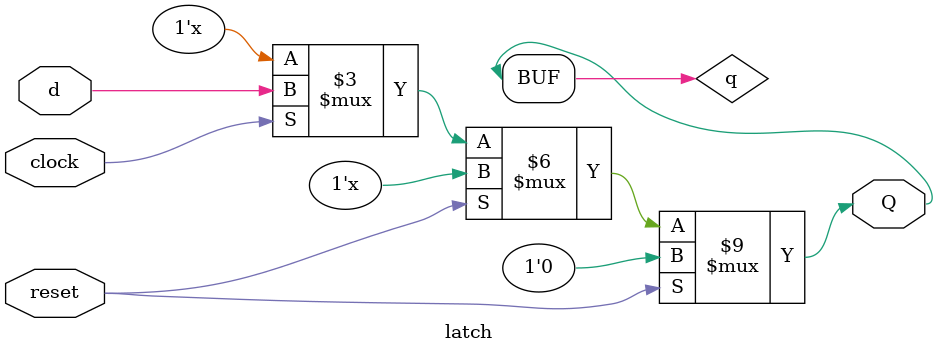
<source format=v>
module latch(Q, d, clock, reset);

output Q;
input d, clock, reset;

reg q;

assign Q = q;

//A level sensitive latch with asynchronous reset 
always @( reset or clock or d) 
//Wait for reset or clock or d to change
begin 
        if (reset) 							 //if reset signal is high, set q to 0. 
                q = 1'b0; 
        else    if(clock)       //if clock is high, latch input  
                q = d; 
end 

endmodule
 


</source>
